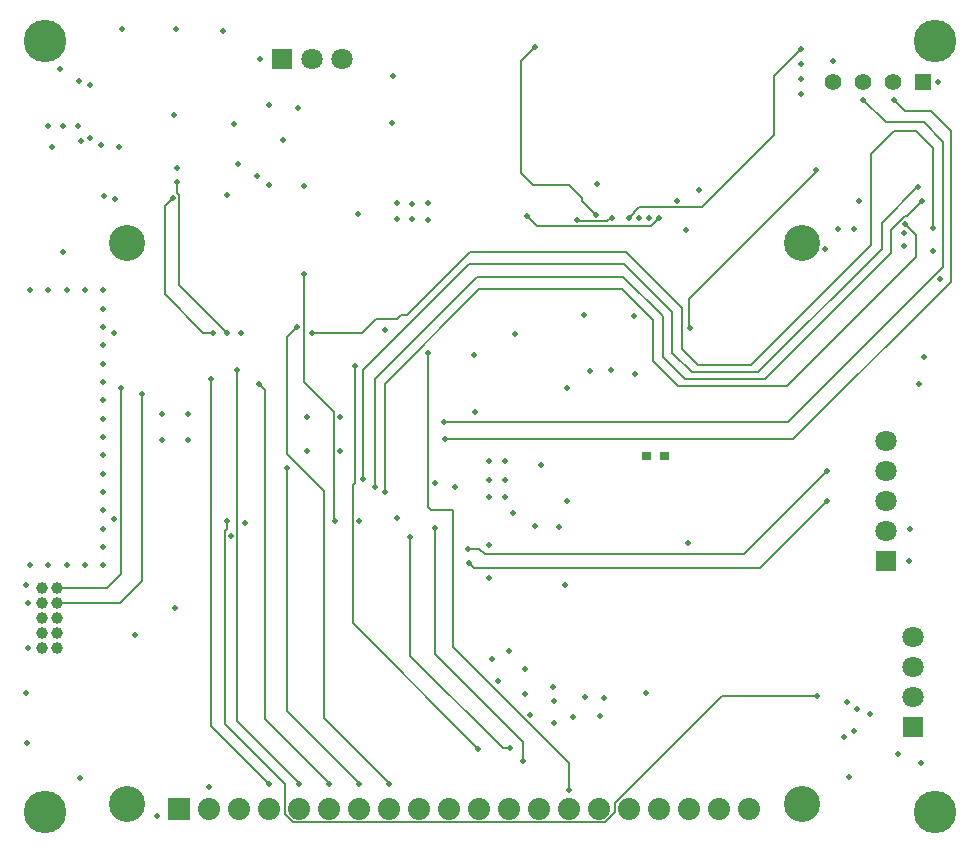
<source format=gbl>
G04*
G04 #@! TF.GenerationSoftware,Altium Limited,Altium NEXUS,4.7.2 (13)*
G04*
G04 Layer_Physical_Order=4*
G04 Layer_Color=16711680*
%FSLAX25Y25*%
%MOIN*%
G70*
G04*
G04 #@! TF.SameCoordinates,2623A66C-A178-4ADA-913C-0C76BB464C87*
G04*
G04*
G04 #@! TF.FilePolarity,Positive*
G04*
G01*
G75*
%ADD12C,0.00600*%
%ADD16C,0.00800*%
%ADD180C,0.07087*%
%ADD181R,0.07087X0.07087*%
%ADD182R,0.07087X0.07087*%
%ADD183C,0.05543*%
%ADD184R,0.05543X0.05543*%
%ADD185R,0.07382X0.07382*%
%ADD186C,0.07382*%
%ADD187C,0.03960*%
%ADD188C,0.12000*%
%ADD189C,0.14173*%
%ADD190C,0.02000*%
G36*
X211022Y127933D02*
Y126722D01*
X208229D01*
Y129515D01*
X211022D01*
Y128026D01*
Y127933D01*
D02*
G37*
G36*
X215491Y129515D02*
X216981D01*
Y126722D01*
X214188D01*
Y129515D01*
X215398D01*
X215491D01*
D02*
G37*
D12*
X111742Y72388D02*
X153600Y30531D01*
X112500Y119165D02*
Y158100D01*
X111742Y118407D02*
X112500Y119165D01*
X111742Y72388D02*
Y118407D01*
X161739Y30586D02*
X164018D01*
X130803Y61522D02*
X161739Y30586D01*
X266534Y223315D02*
X266714D01*
X265756Y222357D02*
Y222537D01*
X223896Y170977D02*
Y180497D01*
X265756Y222537D02*
X266534Y223315D01*
X223896Y180497D02*
X265756Y222357D01*
X256894Y139506D02*
X308600Y191211D01*
Y232800D01*
X142179Y139506D02*
X256894D01*
X258448Y133600D02*
X311000Y186152D01*
X304300Y243200D02*
X311000Y236500D01*
Y186152D02*
Y236500D01*
X142300Y133600D02*
X258448D01*
X302100Y239300D02*
X308600Y232800D01*
X139029Y62165D02*
Y104162D01*
Y62165D02*
X168610Y32584D01*
Y26402D02*
Y32584D01*
X130803Y61522D02*
Y101200D01*
X199209Y9416D02*
Y12402D01*
X91898Y5909D02*
X195702D01*
X199209Y12402D02*
X234726Y47918D01*
X89209Y8598D02*
Y18661D01*
X234726Y47918D02*
X266400D01*
X195702Y5909D02*
X199209Y9416D01*
X89209Y8598D02*
X91898Y5909D01*
X69200Y103102D02*
X69860Y103762D01*
Y106529D01*
X69200Y38670D02*
Y103102D01*
Y38670D02*
X89209Y18661D01*
X64347Y38204D02*
X64347Y153853D01*
X64347Y38204D02*
X84217Y18334D01*
X73234Y39566D02*
X93907Y18893D01*
X73234Y39566D02*
Y156677D01*
X183913Y16752D02*
Y25654D01*
X183783Y16622D02*
X183913Y16752D01*
X145100Y64467D02*
Y109800D01*
Y64467D02*
X183913Y25654D01*
X82400Y40400D02*
X103907Y18893D01*
X82400Y40400D02*
Y150053D01*
X89672Y42979D02*
Y123993D01*
Y42979D02*
X114095Y18556D01*
X102200Y40700D02*
X123907Y18993D01*
X102200Y40700D02*
Y116252D01*
X80500Y151953D02*
X82400Y150053D01*
X292193Y246837D02*
X295830Y243200D01*
X304300D01*
X281856Y246837D02*
X289394Y239300D01*
X302100D01*
X252073Y254743D02*
X261200Y263870D01*
X252073Y234966D02*
Y254743D01*
X205567Y209500D02*
X207046Y210979D01*
X205567Y209091D02*
Y209500D01*
X203820Y207344D02*
X205567Y209091D01*
X169897Y208079D02*
X173244Y204732D01*
X211250D02*
X213898Y207380D01*
X173244Y204732D02*
X211250D01*
X89672Y167872D02*
X93000Y171200D01*
X89672Y128780D02*
X102200Y116252D01*
X89672Y128780D02*
Y167872D01*
X207046Y210979D02*
X228086D01*
X252073Y234966D01*
X223896Y170977D02*
X224088Y170785D01*
X186426Y206632D02*
X186495D01*
X186880Y206247D01*
X196540D01*
X197672Y207380D02*
X198051D01*
X196540Y206247D02*
X197672Y207380D01*
X136687Y111213D02*
X137700Y110200D01*
X136687Y111213D02*
Y162253D01*
X13000Y78900D02*
X34070D01*
X41514Y86344D02*
Y148600D01*
X34070Y78900D02*
X41514Y86344D01*
X34500Y88753D02*
Y150800D01*
X29900Y84153D02*
X34500Y88753D01*
X13253Y84153D02*
X29900D01*
X13000Y83900D02*
X13253Y84153D01*
X144700Y110200D02*
X145100Y109800D01*
X137700Y110200D02*
X144700D01*
D16*
X291000Y195672D02*
Y203428D01*
X295739Y208168D02*
X296406D01*
X299478Y194438D02*
Y201722D01*
X295800Y205400D02*
X299478Y201722D01*
X291000Y203428D02*
X295739Y208168D01*
X296406D02*
X301375Y213137D01*
X150229Y96939D02*
X150300Y97010D01*
X153942D01*
X288000Y205838D02*
X300278Y218116D01*
X288000Y197197D02*
Y205838D01*
X256541Y151501D02*
X299478Y194438D01*
X220137Y151501D02*
X256541D01*
X299600Y236300D02*
X305044Y230856D01*
Y203895D02*
Y230856D01*
X292193Y236300D02*
X299600D01*
X284600Y228707D02*
X292193Y236300D01*
X249092Y153764D02*
X291000Y195672D01*
X246829Y156027D02*
X288000Y197197D01*
X226926Y158290D02*
X244567D01*
X284600Y198323D01*
Y228707D01*
X211763Y159876D02*
X220137Y151501D01*
X214963Y161202D02*
X222400Y153764D01*
X221363Y163853D02*
X226926Y158290D01*
X218163Y162527D02*
X224663Y156027D01*
X153891Y183696D02*
X201415D01*
X211763Y173349D01*
Y159876D02*
Y173349D01*
X122400Y152206D02*
X153891Y183696D01*
X122400Y116135D02*
Y152206D01*
X214963Y161202D02*
Y174674D01*
X153226Y187796D02*
X201840D01*
X214963Y174674D01*
X119200Y153770D02*
X153226Y187796D01*
X119200Y117700D02*
Y153770D01*
X202691Y195996D02*
X221363Y177325D01*
X150691Y195996D02*
X202691D01*
X129746Y175051D02*
X150691Y195996D01*
X126394Y173559D02*
X127887Y175051D01*
X129746D01*
X119359Y173559D02*
X126394D01*
X221363Y163853D02*
Y177325D01*
X114936Y169136D02*
X119359Y173559D01*
X98207Y169136D02*
X114936D01*
X218163Y162527D02*
Y176000D01*
X150526Y191896D02*
X202266D01*
X218163Y176000D01*
X115200Y156570D02*
X150526Y191896D01*
X115200Y120500D02*
Y156570D01*
X222400Y153764D02*
X249092D01*
X224663Y156027D02*
X246829D01*
X241982Y95290D02*
X269692Y123000D01*
X153942Y97010D02*
X155662Y95290D01*
X241982D01*
X247363Y90564D02*
X269692Y112893D01*
X150300Y92500D02*
X152236Y90564D01*
X247363D01*
X49000Y182016D02*
Y211296D01*
Y182016D02*
X61816Y169200D01*
X65200D01*
X49000Y211296D02*
X51830Y214126D01*
X183883Y218397D02*
X188232Y214048D01*
Y213071D02*
Y214048D01*
Y213071D02*
X192810Y208493D01*
X167905Y259778D02*
X172361Y264234D01*
X167905Y222318D02*
Y259778D01*
Y222318D02*
X171827Y218397D01*
X183883D01*
X53830Y185166D02*
Y214954D01*
X53187Y215598D02*
X53830Y214954D01*
X53187Y215598D02*
Y219269D01*
X53830Y185166D02*
X69860Y169136D01*
X105600Y106600D02*
X105800Y106400D01*
X95507Y152746D02*
X105600Y142653D01*
Y106600D02*
Y142653D01*
X95507Y152746D02*
Y188800D01*
D180*
X289300Y123000D02*
D03*
Y113000D02*
D03*
Y103000D02*
D03*
Y133000D02*
D03*
X298500Y67800D02*
D03*
Y57800D02*
D03*
Y47800D02*
D03*
X98000Y260370D02*
D03*
X108000D02*
D03*
D181*
X289300Y93000D02*
D03*
X298500Y37800D02*
D03*
D182*
X88000Y260370D02*
D03*
D183*
X271856Y252782D02*
D03*
X281856D02*
D03*
X291856D02*
D03*
D184*
X301856D02*
D03*
D185*
X53800Y10500D02*
D03*
D186*
X63800D02*
D03*
X83800D02*
D03*
X93800D02*
D03*
X103800D02*
D03*
X113800D02*
D03*
X123800D02*
D03*
X133800D02*
D03*
X143800D02*
D03*
X153800D02*
D03*
X163800D02*
D03*
X173800D02*
D03*
X183800D02*
D03*
X193800D02*
D03*
X203800D02*
D03*
X213800D02*
D03*
X223800D02*
D03*
X233800D02*
D03*
X243800D02*
D03*
X73800D02*
D03*
D187*
X8000Y83900D02*
D03*
Y78900D02*
D03*
X13000Y83900D02*
D03*
Y78900D02*
D03*
Y68900D02*
D03*
Y73900D02*
D03*
X8000Y68900D02*
D03*
Y73900D02*
D03*
Y63900D02*
D03*
X13000D02*
D03*
D188*
X261300Y199160D02*
D03*
X36300Y12160D02*
D03*
Y199160D02*
D03*
X261300Y12160D02*
D03*
D189*
X305709Y9252D02*
D03*
Y266339D02*
D03*
X9252Y9252D02*
D03*
Y266339D02*
D03*
D190*
X113642Y106342D02*
D03*
X295335Y197990D02*
D03*
X275368Y34413D02*
D03*
X295800Y205400D02*
D03*
X150229Y96939D02*
D03*
X160220Y52906D02*
D03*
X178738Y46391D02*
D03*
X185021Y40982D02*
D03*
X158128Y60319D02*
D03*
X164018Y30586D02*
D03*
X193150Y218766D02*
D03*
X222694Y203500D02*
D03*
X227272Y216866D02*
D03*
X307472Y186954D02*
D03*
X305044Y196545D02*
D03*
Y204201D02*
D03*
X300278Y217801D02*
D03*
X302249Y160994D02*
D03*
X269135Y197212D02*
D03*
X300378Y152090D02*
D03*
X295335Y202449D02*
D03*
X278706Y203714D02*
D03*
X273376Y203675D02*
D03*
X266220Y223380D02*
D03*
X280551Y213109D02*
D03*
X301375Y213137D02*
D03*
X168610Y26402D02*
D03*
X178629Y39093D02*
D03*
X63700Y17700D02*
D03*
X46500Y8200D02*
D03*
X83683Y18868D02*
D03*
X183783Y16622D02*
D03*
X93783Y18768D02*
D03*
X103783D02*
D03*
X113783Y18868D02*
D03*
X266400Y47918D02*
D03*
X278894Y36376D02*
D03*
X277282Y20900D02*
D03*
X283987Y42116D02*
D03*
X276570Y45906D02*
D03*
X279700Y43800D02*
D03*
X301100Y25600D02*
D03*
X292193Y246837D02*
D03*
X281856D02*
D03*
X306856Y252782D02*
D03*
X271854Y259618D02*
D03*
X261200Y263870D02*
D03*
Y253700D02*
D03*
Y258700D02*
D03*
Y248700D02*
D03*
X11500Y231000D02*
D03*
X153600Y30531D02*
D03*
X123783Y18868D02*
D03*
X293300Y28716D02*
D03*
X207020Y207344D02*
D03*
X203820D02*
D03*
X122400Y116135D02*
D03*
X119200Y117700D02*
D03*
X98207Y169136D02*
D03*
X115200Y120500D02*
D03*
X125077Y254846D02*
D03*
X157153Y114535D02*
D03*
Y120076D02*
D03*
Y126353D02*
D03*
X162524D02*
D03*
Y120076D02*
D03*
Y114535D02*
D03*
X165830Y168750D02*
D03*
X136778Y206632D02*
D03*
X131520Y206999D02*
D03*
X126424D02*
D03*
X136778Y212223D02*
D03*
X131520Y212000D02*
D03*
X126580Y212223D02*
D03*
X224088Y170785D02*
D03*
X186426Y206632D02*
D03*
X169897Y208079D02*
D03*
X192810Y208493D02*
D03*
X198051Y207380D02*
D03*
X210591Y207509D02*
D03*
X172361Y264234D02*
D03*
X213898Y207380D02*
D03*
X188931Y175051D02*
D03*
X190942Y156545D02*
D03*
X182980Y150821D02*
D03*
X205420Y174592D02*
D03*
X197796Y156692D02*
D03*
X205643Y155440D02*
D03*
X219956Y213200D02*
D03*
X122400Y170100D02*
D03*
X136687Y162253D02*
D03*
X152087Y161859D02*
D03*
X51830Y214126D02*
D03*
X72103Y238592D02*
D03*
X39182Y68400D02*
D03*
X2944Y84975D02*
D03*
X79851Y221333D02*
D03*
X73360Y225538D02*
D03*
X4144Y183300D02*
D03*
X10258D02*
D03*
X16372D02*
D03*
X22486D02*
D03*
X4144Y91590D02*
D03*
X10258D02*
D03*
X16372D02*
D03*
X22486D02*
D03*
X28600D02*
D03*
Y97704D02*
D03*
Y103818D02*
D03*
Y109932D02*
D03*
Y116046D02*
D03*
Y122160D02*
D03*
Y128274D02*
D03*
Y134388D02*
D03*
Y140502D02*
D03*
Y146616D02*
D03*
Y152730D02*
D03*
Y158844D02*
D03*
Y164958D02*
D03*
Y171072D02*
D03*
X52065Y241753D02*
D03*
X83859Y245213D02*
D03*
X124634Y238936D02*
D03*
X14993Y196100D02*
D03*
X3500Y63900D02*
D03*
Y79110D02*
D03*
X80650Y260370D02*
D03*
X28600Y183300D02*
D03*
Y177186D02*
D03*
X139000Y119000D02*
D03*
X169250Y56907D02*
D03*
X194280Y41514D02*
D03*
X170951Y41856D02*
D03*
X169250Y48728D02*
D03*
X178449Y50952D02*
D03*
X107600Y141097D02*
D03*
X96360D02*
D03*
Y129585D02*
D03*
X89672Y123993D02*
D03*
X48108Y133317D02*
D03*
Y141908D02*
D03*
X56840D02*
D03*
Y133317D02*
D03*
X107600Y129585D02*
D03*
X71100Y101500D02*
D03*
X223500Y99010D02*
D03*
X157200Y98241D02*
D03*
X34902Y270500D02*
D03*
X52858D02*
D03*
X68300Y269700D02*
D03*
X24182Y234047D02*
D03*
X20800Y20600D02*
D03*
X209492Y49166D02*
D03*
X150300Y92500D02*
D03*
X139029Y104162D02*
D03*
X130803Y101200D02*
D03*
X142300Y133600D02*
D03*
X142179Y139506D02*
D03*
X75700Y105600D02*
D03*
X14000Y256900D02*
D03*
X74585Y169136D02*
D03*
X32065D02*
D03*
X64347Y153853D02*
D03*
X126424Y107459D02*
D03*
X164994Y109142D02*
D03*
X163700Y63200D02*
D03*
X157200Y87536D02*
D03*
X195300Y47544D02*
D03*
X189238Y47600D02*
D03*
X23979Y251850D02*
D03*
X20593Y253100D02*
D03*
X21252Y233000D02*
D03*
X27749Y231638D02*
D03*
X53166Y224000D02*
D03*
X28933Y214840D02*
D03*
X32460Y213843D02*
D03*
X112500Y158100D02*
D03*
X152453Y142582D02*
D03*
X113523Y208568D02*
D03*
X52450Y77372D02*
D03*
X69860Y106529D02*
D03*
Y215075D02*
D03*
X34500Y150800D02*
D03*
X80500Y151953D02*
D03*
X41514Y148600D02*
D03*
X3031Y32531D02*
D03*
X2900Y49000D02*
D03*
X145700Y117700D02*
D03*
X93000Y171200D02*
D03*
X95507Y188800D02*
D03*
X105800Y106400D02*
D03*
X32065Y107097D02*
D03*
X73234Y156677D02*
D03*
X269692Y112893D02*
D03*
Y123000D02*
D03*
X297200Y92933D02*
D03*
X297400Y103700D02*
D03*
X53187Y219269D02*
D03*
X69860Y169136D02*
D03*
X65200Y169200D02*
D03*
X180511Y104543D02*
D03*
X172392Y104610D02*
D03*
X183082Y112893D02*
D03*
X182612Y85110D02*
D03*
X174493Y125210D02*
D03*
X93482Y244096D02*
D03*
X88582Y233523D02*
D03*
X95507Y218193D02*
D03*
X83893Y218264D02*
D03*
X20252Y237887D02*
D03*
X33854Y231000D02*
D03*
X15000Y237887D02*
D03*
X10098Y238000D02*
D03*
M02*

</source>
